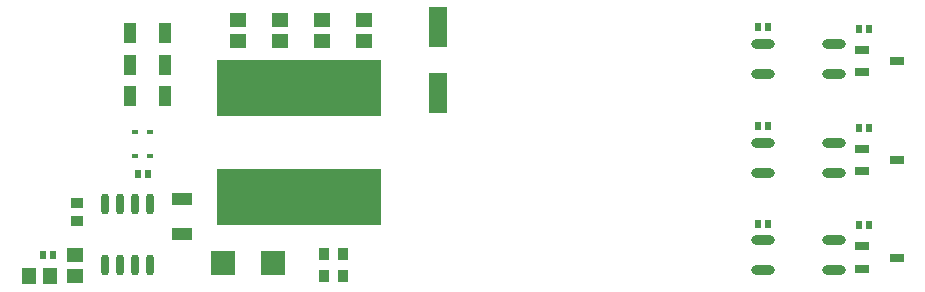
<source format=gtp>
G04*
G04 #@! TF.GenerationSoftware,Altium Limited,Altium Designer,21.3.1 (25)*
G04*
G04 Layer_Color=8421504*
%FSLAX25Y25*%
%MOIN*%
G70*
G04*
G04 #@! TF.SameCoordinates,28642905-D900-4296-AB16-E10C3E418D5C*
G04*
G04*
G04 #@! TF.FilePolarity,Positive*
G04*
G01*
G75*
%ADD25R,0.01890X0.01575*%
%ADD26R,0.02362X0.02559*%
%ADD27R,0.06299X0.13780*%
%ADD28O,0.07874X0.03150*%
%ADD29R,0.04528X0.02559*%
%ADD30R,0.04449X0.07087*%
%ADD31R,0.05787X0.04567*%
%ADD32R,0.04567X0.05787*%
%ADD33R,0.03661X0.03858*%
%ADD34R,0.07874X0.07874*%
%ADD35O,0.02756X0.07087*%
%ADD36R,0.03858X0.03661*%
%ADD37R,0.07087X0.04449*%
%ADD38R,0.55100X0.18700*%
D25*
X54303Y-51000D02*
D03*
X59500D02*
D03*
Y-43000D02*
D03*
X54303D02*
D03*
D26*
X299173Y-41500D02*
D03*
X295827D02*
D03*
X262154Y-41000D02*
D03*
X265500D02*
D03*
X299173Y-74000D02*
D03*
X295827D02*
D03*
X299173Y-8500D02*
D03*
X295827D02*
D03*
X262154Y-73500D02*
D03*
X265500D02*
D03*
X262154Y-8000D02*
D03*
X265500D02*
D03*
X23827Y-84000D02*
D03*
X27173D02*
D03*
X58673Y-57000D02*
D03*
X55327D02*
D03*
D27*
X155500Y-7976D02*
D03*
Y-30024D02*
D03*
D28*
X263689Y-13500D02*
D03*
Y-23500D02*
D03*
X287311D02*
D03*
Y-13500D02*
D03*
X263689Y-46500D02*
D03*
Y-56500D02*
D03*
X287311Y-56500D02*
D03*
Y-46500D02*
D03*
X263689Y-79000D02*
D03*
X263689Y-89000D02*
D03*
X287311D02*
D03*
Y-79000D02*
D03*
D29*
X296693Y-48520D02*
D03*
Y-56000D02*
D03*
X308307Y-52260D02*
D03*
X296693Y-81020D02*
D03*
Y-88500D02*
D03*
X308307Y-84760D02*
D03*
X296693Y-15520D02*
D03*
Y-23000D02*
D03*
X308307Y-19260D02*
D03*
D30*
X64366Y-31000D02*
D03*
X52634D02*
D03*
X64366Y-20500D02*
D03*
X52634D02*
D03*
X64366Y-10000D02*
D03*
X52634D02*
D03*
D31*
X34500Y-83996D02*
D03*
Y-91004D02*
D03*
X130661Y-5491D02*
D03*
Y-12499D02*
D03*
X116661Y-5491D02*
D03*
Y-12499D02*
D03*
X102661Y-5491D02*
D03*
Y-12499D02*
D03*
X88661Y-5491D02*
D03*
Y-12499D02*
D03*
D32*
X18996Y-91000D02*
D03*
X26004D02*
D03*
D33*
X123531D02*
D03*
X117469D02*
D03*
X117469Y-83500D02*
D03*
X123531D02*
D03*
D34*
X100268Y-86500D02*
D03*
X83732D02*
D03*
D35*
X44500Y-87236D02*
D03*
X49500D02*
D03*
X54500D02*
D03*
X59500D02*
D03*
X44500Y-66764D02*
D03*
X49500D02*
D03*
X54500D02*
D03*
X59500D02*
D03*
D36*
X35000Y-72531D02*
D03*
Y-66469D02*
D03*
D37*
X70000Y-65134D02*
D03*
Y-76866D02*
D03*
D38*
X109000Y-28300D02*
D03*
Y-64700D02*
D03*
M02*

</source>
